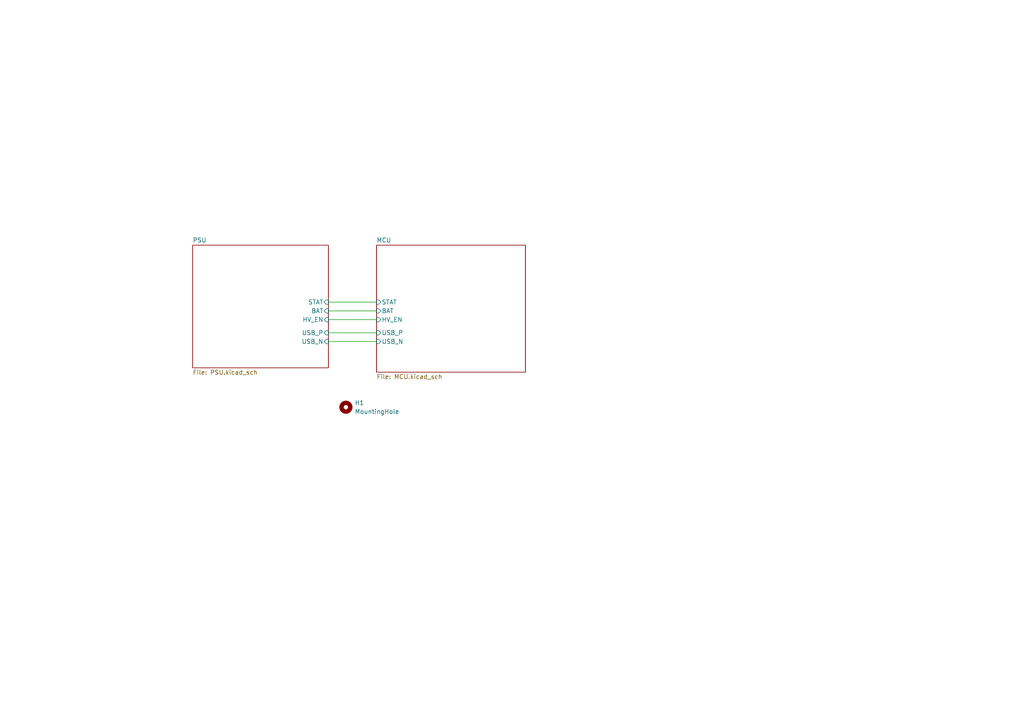
<source format=kicad_sch>
(kicad_sch (version 20211123) (generator eeschema)
  (paper "A4")
  (lib_symbols
    (symbol "Mechanical:MountingHole" (pin_names (offset 1.016))
      (property "Reference" "H" (at 0 5.08 0))
      (property "Value" "MountingHole" (at 0 3.175 0))
      (symbol "MountingHole_0_1"
        (circle (center 0 0) (radius 1.27) (stroke (width 1.27)))
      )
    )
  )
  (wire (pts (xy 95.25 90.17) (xy 109.22 90.17)))
  (wire (pts (xy 95.25 87.63) (xy 109.22 87.63)))
  (wire (pts (xy 109.22 96.52) (xy 95.25 96.52)))
  (wire (pts (xy 95.25 99.06) (xy 109.22 99.06)))
  (wire (pts (xy 95.25 92.71) (xy 109.22 92.71)))
  (symbol (lib_id "Mechanical:MountingHole") (at 100.33 118.11 0) (unit 1)
    (property "Reference" "H1" (at 102.87 116.8399 0) (effects (justify left)))
    (property "Value" "MountingHole" (at 102.87 119.3799 0) (effects (justify left)))
    (property "Footprint" "MountingHole:MountingHole_2.2mm_M2" (effects hide))
  )
  (sheet (at 55.88 71.12) (size 39.37 35.56)
    (property "Sheet name" "PSU" (at 55.88 70.4084 0) (effects (justify left bottom)))
    (property "Sheet file" "PSU.kicad_sch" (at 55.88 107.2646 0) (effects (justify left top)))
    (pin "HV_EN" input (at 95.25 92.71 0))
    (pin "USB_P" input (at 95.25 96.52 0))
    (pin "USB_N" input (at 95.25 99.06 0))
    (pin "BAT" input (at 95.25 90.17 0))
    (pin "STAT" input (at 95.25 87.63 0))
  )
  (sheet (at 109.22 71.12) (size 43.18 36.83)
    (property "Sheet name" "MCU" (at 109.22 70.4084 0) (effects (justify left bottom)))
    (property "Sheet file" "MCU.kicad_sch" (at 109.22 108.5346 0) (effects (justify left top)))
    (pin "USB_P" input (at 109.22 96.52 180))
    (pin "USB_N" input (at 109.22 99.06 180))
    (pin "HV_EN" input (at 109.22 92.71 180))
    (pin "BAT" input (at 109.22 90.17 180))
    (pin "STAT" input (at 109.22 87.63 180))
  )
)
</source>
